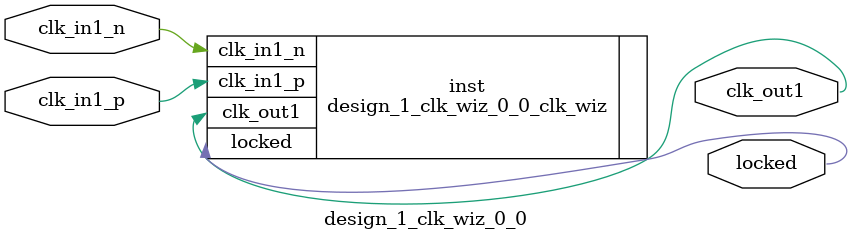
<source format=v>


`timescale 1ps/1ps

(* CORE_GENERATION_INFO = "design_1_clk_wiz_0_0,clk_wiz_v6_0_15_0_0,{component_name=design_1_clk_wiz_0_0,use_phase_alignment=true,use_min_o_jitter=false,use_max_i_jitter=false,use_dyn_phase_shift=false,use_inclk_switchover=false,use_dyn_reconfig=false,enable_axi=0,feedback_source=FDBK_AUTO,PRIMITIVE=MMCM,num_out_clk=1,clkin1_period=5.000,clkin2_period=10.0,use_power_down=false,use_reset=false,use_locked=true,use_inclk_stopped=false,feedback_type=SINGLE,CLOCK_MGR_TYPE=NA,manual_override=false}" *)

module design_1_clk_wiz_0_0 
 (
  // Clock out ports
  output        clk_out1,
  // Status and control signals
  output        locked,
 // Clock in ports
  input         clk_in1_p,
  input         clk_in1_n
 );

  design_1_clk_wiz_0_0_clk_wiz inst
  (
  // Clock out ports  
  .clk_out1(clk_out1),
  // Status and control signals               
  .locked(locked),
 // Clock in ports
  .clk_in1_p(clk_in1_p),
  .clk_in1_n(clk_in1_n)
  );

endmodule

</source>
